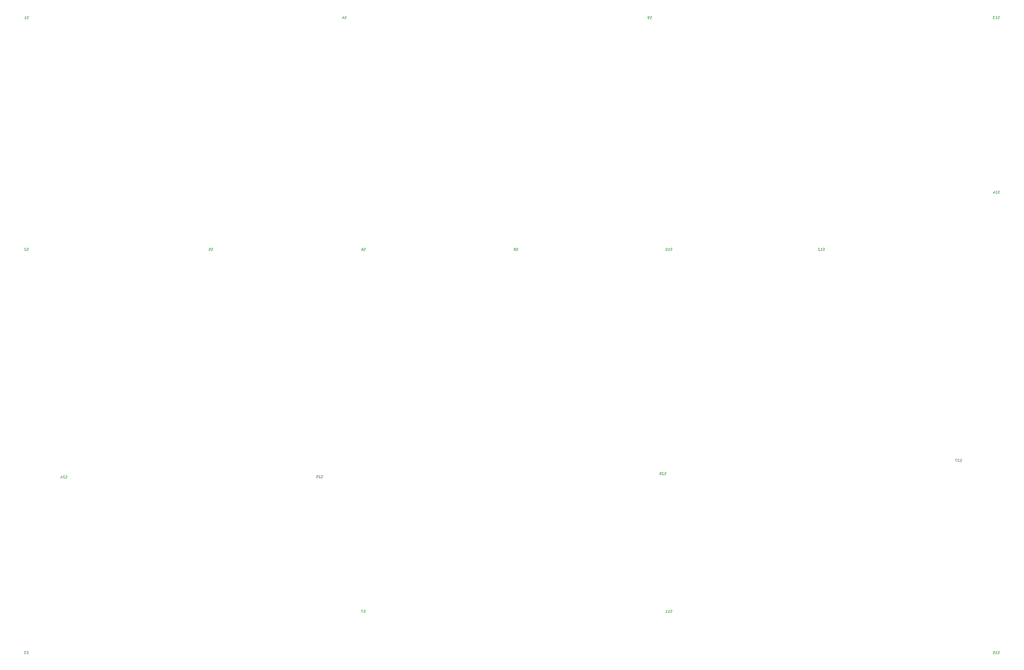
<source format=gbr>
G04 #@! TF.FileFunction,Legend,Bot*
%FSLAX46Y46*%
G04 Gerber Fmt 4.6, Leading zero omitted, Abs format (unit mm)*
G04 Created by KiCad (PCBNEW 4.0.6) date 07/27/17 10:42:05*
%MOMM*%
%LPD*%
G01*
G04 APERTURE LIST*
%ADD10C,0.100000*%
%ADD11C,0.150000*%
G04 APERTURE END LIST*
D10*
D11*
X458641295Y-248299762D02*
X458498438Y-248347381D01*
X458260342Y-248347381D01*
X458165104Y-248299762D01*
X458117485Y-248252143D01*
X458069866Y-248156905D01*
X458069866Y-248061667D01*
X458117485Y-247966429D01*
X458165104Y-247918810D01*
X458260342Y-247871190D01*
X458450819Y-247823571D01*
X458546057Y-247775952D01*
X458593676Y-247728333D01*
X458641295Y-247633095D01*
X458641295Y-247537857D01*
X458593676Y-247442619D01*
X458546057Y-247395000D01*
X458450819Y-247347381D01*
X458212723Y-247347381D01*
X458069866Y-247395000D01*
X457688914Y-247442619D02*
X457641295Y-247395000D01*
X457546057Y-247347381D01*
X457307961Y-247347381D01*
X457212723Y-247395000D01*
X457165104Y-247442619D01*
X457117485Y-247537857D01*
X457117485Y-247633095D01*
X457165104Y-247775952D01*
X457736533Y-248347381D01*
X457117485Y-248347381D01*
X456784152Y-247347381D02*
X456117485Y-247347381D01*
X456546057Y-248347381D01*
X340531295Y-253506762D02*
X340388438Y-253554381D01*
X340150342Y-253554381D01*
X340055104Y-253506762D01*
X340007485Y-253459143D01*
X339959866Y-253363905D01*
X339959866Y-253268667D01*
X340007485Y-253173429D01*
X340055104Y-253125810D01*
X340150342Y-253078190D01*
X340340819Y-253030571D01*
X340436057Y-252982952D01*
X340483676Y-252935333D01*
X340531295Y-252840095D01*
X340531295Y-252744857D01*
X340483676Y-252649619D01*
X340436057Y-252602000D01*
X340340819Y-252554381D01*
X340102723Y-252554381D01*
X339959866Y-252602000D01*
X339578914Y-252649619D02*
X339531295Y-252602000D01*
X339436057Y-252554381D01*
X339197961Y-252554381D01*
X339102723Y-252602000D01*
X339055104Y-252649619D01*
X339007485Y-252744857D01*
X339007485Y-252840095D01*
X339055104Y-252982952D01*
X339626533Y-253554381D01*
X339007485Y-253554381D01*
X338150342Y-252554381D02*
X338340819Y-252554381D01*
X338436057Y-252602000D01*
X338483676Y-252649619D01*
X338578914Y-252792476D01*
X338626533Y-252982952D01*
X338626533Y-253363905D01*
X338578914Y-253459143D01*
X338531295Y-253506762D01*
X338436057Y-253554381D01*
X338245580Y-253554381D01*
X338150342Y-253506762D01*
X338102723Y-253459143D01*
X338055104Y-253363905D01*
X338055104Y-253125810D01*
X338102723Y-253030571D01*
X338150342Y-252982952D01*
X338245580Y-252935333D01*
X338436057Y-252935333D01*
X338531295Y-252982952D01*
X338578914Y-253030571D01*
X338626533Y-253125810D01*
X203371295Y-254776762D02*
X203228438Y-254824381D01*
X202990342Y-254824381D01*
X202895104Y-254776762D01*
X202847485Y-254729143D01*
X202799866Y-254633905D01*
X202799866Y-254538667D01*
X202847485Y-254443429D01*
X202895104Y-254395810D01*
X202990342Y-254348190D01*
X203180819Y-254300571D01*
X203276057Y-254252952D01*
X203323676Y-254205333D01*
X203371295Y-254110095D01*
X203371295Y-254014857D01*
X203323676Y-253919619D01*
X203276057Y-253872000D01*
X203180819Y-253824381D01*
X202942723Y-253824381D01*
X202799866Y-253872000D01*
X202418914Y-253919619D02*
X202371295Y-253872000D01*
X202276057Y-253824381D01*
X202037961Y-253824381D01*
X201942723Y-253872000D01*
X201895104Y-253919619D01*
X201847485Y-254014857D01*
X201847485Y-254110095D01*
X201895104Y-254252952D01*
X202466533Y-254824381D01*
X201847485Y-254824381D01*
X200942723Y-253824381D02*
X201418914Y-253824381D01*
X201466533Y-254300571D01*
X201418914Y-254252952D01*
X201323676Y-254205333D01*
X201085580Y-254205333D01*
X200990342Y-254252952D01*
X200942723Y-254300571D01*
X200895104Y-254395810D01*
X200895104Y-254633905D01*
X200942723Y-254729143D01*
X200990342Y-254776762D01*
X201085580Y-254824381D01*
X201323676Y-254824381D01*
X201418914Y-254776762D01*
X201466533Y-254729143D01*
X101263295Y-254903762D02*
X101120438Y-254951381D01*
X100882342Y-254951381D01*
X100787104Y-254903762D01*
X100739485Y-254856143D01*
X100691866Y-254760905D01*
X100691866Y-254665667D01*
X100739485Y-254570429D01*
X100787104Y-254522810D01*
X100882342Y-254475190D01*
X101072819Y-254427571D01*
X101168057Y-254379952D01*
X101215676Y-254332333D01*
X101263295Y-254237095D01*
X101263295Y-254141857D01*
X101215676Y-254046619D01*
X101168057Y-253999000D01*
X101072819Y-253951381D01*
X100834723Y-253951381D01*
X100691866Y-253999000D01*
X100310914Y-254046619D02*
X100263295Y-253999000D01*
X100168057Y-253951381D01*
X99929961Y-253951381D01*
X99834723Y-253999000D01*
X99787104Y-254046619D01*
X99739485Y-254141857D01*
X99739485Y-254237095D01*
X99787104Y-254379952D01*
X100358533Y-254951381D01*
X99739485Y-254951381D01*
X98882342Y-254284714D02*
X98882342Y-254951381D01*
X99120438Y-253903762D02*
X99358533Y-254618048D01*
X98739485Y-254618048D01*
X85801105Y-71134762D02*
X85658248Y-71182381D01*
X85420152Y-71182381D01*
X85324914Y-71134762D01*
X85277295Y-71087143D01*
X85229676Y-70991905D01*
X85229676Y-70896667D01*
X85277295Y-70801429D01*
X85324914Y-70753810D01*
X85420152Y-70706190D01*
X85610629Y-70658571D01*
X85705867Y-70610952D01*
X85753486Y-70563333D01*
X85801105Y-70468095D01*
X85801105Y-70372857D01*
X85753486Y-70277619D01*
X85705867Y-70230000D01*
X85610629Y-70182381D01*
X85372533Y-70182381D01*
X85229676Y-70230000D01*
X84277295Y-71182381D02*
X84848724Y-71182381D01*
X84563010Y-71182381D02*
X84563010Y-70182381D01*
X84658248Y-70325238D01*
X84753486Y-70420476D01*
X84848724Y-70468095D01*
X85801105Y-163844762D02*
X85658248Y-163892381D01*
X85420152Y-163892381D01*
X85324914Y-163844762D01*
X85277295Y-163797143D01*
X85229676Y-163701905D01*
X85229676Y-163606667D01*
X85277295Y-163511429D01*
X85324914Y-163463810D01*
X85420152Y-163416190D01*
X85610629Y-163368571D01*
X85705867Y-163320952D01*
X85753486Y-163273333D01*
X85801105Y-163178095D01*
X85801105Y-163082857D01*
X85753486Y-162987619D01*
X85705867Y-162940000D01*
X85610629Y-162892381D01*
X85372533Y-162892381D01*
X85229676Y-162940000D01*
X84848724Y-162987619D02*
X84801105Y-162940000D01*
X84705867Y-162892381D01*
X84467771Y-162892381D01*
X84372533Y-162940000D01*
X84324914Y-162987619D01*
X84277295Y-163082857D01*
X84277295Y-163178095D01*
X84324914Y-163320952D01*
X84896343Y-163892381D01*
X84277295Y-163892381D01*
X85801105Y-325134762D02*
X85658248Y-325182381D01*
X85420152Y-325182381D01*
X85324914Y-325134762D01*
X85277295Y-325087143D01*
X85229676Y-324991905D01*
X85229676Y-324896667D01*
X85277295Y-324801429D01*
X85324914Y-324753810D01*
X85420152Y-324706190D01*
X85610629Y-324658571D01*
X85705867Y-324610952D01*
X85753486Y-324563333D01*
X85801105Y-324468095D01*
X85801105Y-324372857D01*
X85753486Y-324277619D01*
X85705867Y-324230000D01*
X85610629Y-324182381D01*
X85372533Y-324182381D01*
X85229676Y-324230000D01*
X84896343Y-324182381D02*
X84277295Y-324182381D01*
X84610629Y-324563333D01*
X84467771Y-324563333D01*
X84372533Y-324610952D01*
X84324914Y-324658571D01*
X84277295Y-324753810D01*
X84277295Y-324991905D01*
X84324914Y-325087143D01*
X84372533Y-325134762D01*
X84467771Y-325182381D01*
X84753486Y-325182381D01*
X84848724Y-325134762D01*
X84896343Y-325087143D01*
X212801105Y-71134762D02*
X212658248Y-71182381D01*
X212420152Y-71182381D01*
X212324914Y-71134762D01*
X212277295Y-71087143D01*
X212229676Y-70991905D01*
X212229676Y-70896667D01*
X212277295Y-70801429D01*
X212324914Y-70753810D01*
X212420152Y-70706190D01*
X212610629Y-70658571D01*
X212705867Y-70610952D01*
X212753486Y-70563333D01*
X212801105Y-70468095D01*
X212801105Y-70372857D01*
X212753486Y-70277619D01*
X212705867Y-70230000D01*
X212610629Y-70182381D01*
X212372533Y-70182381D01*
X212229676Y-70230000D01*
X211372533Y-70515714D02*
X211372533Y-71182381D01*
X211610629Y-70134762D02*
X211848724Y-70849048D01*
X211229676Y-70849048D01*
X159461105Y-163844762D02*
X159318248Y-163892381D01*
X159080152Y-163892381D01*
X158984914Y-163844762D01*
X158937295Y-163797143D01*
X158889676Y-163701905D01*
X158889676Y-163606667D01*
X158937295Y-163511429D01*
X158984914Y-163463810D01*
X159080152Y-163416190D01*
X159270629Y-163368571D01*
X159365867Y-163320952D01*
X159413486Y-163273333D01*
X159461105Y-163178095D01*
X159461105Y-163082857D01*
X159413486Y-162987619D01*
X159365867Y-162940000D01*
X159270629Y-162892381D01*
X159032533Y-162892381D01*
X158889676Y-162940000D01*
X157984914Y-162892381D02*
X158461105Y-162892381D01*
X158508724Y-163368571D01*
X158461105Y-163320952D01*
X158365867Y-163273333D01*
X158127771Y-163273333D01*
X158032533Y-163320952D01*
X157984914Y-163368571D01*
X157937295Y-163463810D01*
X157937295Y-163701905D01*
X157984914Y-163797143D01*
X158032533Y-163844762D01*
X158127771Y-163892381D01*
X158365867Y-163892381D01*
X158461105Y-163844762D01*
X158508724Y-163797143D01*
X220421105Y-163844762D02*
X220278248Y-163892381D01*
X220040152Y-163892381D01*
X219944914Y-163844762D01*
X219897295Y-163797143D01*
X219849676Y-163701905D01*
X219849676Y-163606667D01*
X219897295Y-163511429D01*
X219944914Y-163463810D01*
X220040152Y-163416190D01*
X220230629Y-163368571D01*
X220325867Y-163320952D01*
X220373486Y-163273333D01*
X220421105Y-163178095D01*
X220421105Y-163082857D01*
X220373486Y-162987619D01*
X220325867Y-162940000D01*
X220230629Y-162892381D01*
X219992533Y-162892381D01*
X219849676Y-162940000D01*
X218992533Y-162892381D02*
X219183010Y-162892381D01*
X219278248Y-162940000D01*
X219325867Y-162987619D01*
X219421105Y-163130476D01*
X219468724Y-163320952D01*
X219468724Y-163701905D01*
X219421105Y-163797143D01*
X219373486Y-163844762D01*
X219278248Y-163892381D01*
X219087771Y-163892381D01*
X218992533Y-163844762D01*
X218944914Y-163797143D01*
X218897295Y-163701905D01*
X218897295Y-163463810D01*
X218944914Y-163368571D01*
X218992533Y-163320952D01*
X219087771Y-163273333D01*
X219278248Y-163273333D01*
X219373486Y-163320952D01*
X219421105Y-163368571D01*
X219468724Y-163463810D01*
X220421105Y-308624762D02*
X220278248Y-308672381D01*
X220040152Y-308672381D01*
X219944914Y-308624762D01*
X219897295Y-308577143D01*
X219849676Y-308481905D01*
X219849676Y-308386667D01*
X219897295Y-308291429D01*
X219944914Y-308243810D01*
X220040152Y-308196190D01*
X220230629Y-308148571D01*
X220325867Y-308100952D01*
X220373486Y-308053333D01*
X220421105Y-307958095D01*
X220421105Y-307862857D01*
X220373486Y-307767619D01*
X220325867Y-307720000D01*
X220230629Y-307672381D01*
X219992533Y-307672381D01*
X219849676Y-307720000D01*
X219516343Y-307672381D02*
X218849676Y-307672381D01*
X219278248Y-308672381D01*
X281381105Y-163844762D02*
X281238248Y-163892381D01*
X281000152Y-163892381D01*
X280904914Y-163844762D01*
X280857295Y-163797143D01*
X280809676Y-163701905D01*
X280809676Y-163606667D01*
X280857295Y-163511429D01*
X280904914Y-163463810D01*
X281000152Y-163416190D01*
X281190629Y-163368571D01*
X281285867Y-163320952D01*
X281333486Y-163273333D01*
X281381105Y-163178095D01*
X281381105Y-163082857D01*
X281333486Y-162987619D01*
X281285867Y-162940000D01*
X281190629Y-162892381D01*
X280952533Y-162892381D01*
X280809676Y-162940000D01*
X280238248Y-163320952D02*
X280333486Y-163273333D01*
X280381105Y-163225714D01*
X280428724Y-163130476D01*
X280428724Y-163082857D01*
X280381105Y-162987619D01*
X280333486Y-162940000D01*
X280238248Y-162892381D01*
X280047771Y-162892381D01*
X279952533Y-162940000D01*
X279904914Y-162987619D01*
X279857295Y-163082857D01*
X279857295Y-163130476D01*
X279904914Y-163225714D01*
X279952533Y-163273333D01*
X280047771Y-163320952D01*
X280238248Y-163320952D01*
X280333486Y-163368571D01*
X280381105Y-163416190D01*
X280428724Y-163511429D01*
X280428724Y-163701905D01*
X280381105Y-163797143D01*
X280333486Y-163844762D01*
X280238248Y-163892381D01*
X280047771Y-163892381D01*
X279952533Y-163844762D01*
X279904914Y-163797143D01*
X279857295Y-163701905D01*
X279857295Y-163511429D01*
X279904914Y-163416190D01*
X279952533Y-163368571D01*
X280047771Y-163320952D01*
X334848105Y-71134762D02*
X334705248Y-71182381D01*
X334467152Y-71182381D01*
X334371914Y-71134762D01*
X334324295Y-71087143D01*
X334276676Y-70991905D01*
X334276676Y-70896667D01*
X334324295Y-70801429D01*
X334371914Y-70753810D01*
X334467152Y-70706190D01*
X334657629Y-70658571D01*
X334752867Y-70610952D01*
X334800486Y-70563333D01*
X334848105Y-70468095D01*
X334848105Y-70372857D01*
X334800486Y-70277619D01*
X334752867Y-70230000D01*
X334657629Y-70182381D01*
X334419533Y-70182381D01*
X334276676Y-70230000D01*
X333800486Y-71182381D02*
X333610010Y-71182381D01*
X333514771Y-71134762D01*
X333467152Y-71087143D01*
X333371914Y-70944286D01*
X333324295Y-70753810D01*
X333324295Y-70372857D01*
X333371914Y-70277619D01*
X333419533Y-70230000D01*
X333514771Y-70182381D01*
X333705248Y-70182381D01*
X333800486Y-70230000D01*
X333848105Y-70277619D01*
X333895724Y-70372857D01*
X333895724Y-70610952D01*
X333848105Y-70706190D01*
X333800486Y-70753810D01*
X333705248Y-70801429D01*
X333514771Y-70801429D01*
X333419533Y-70753810D01*
X333371914Y-70706190D01*
X333324295Y-70610952D01*
X342944295Y-163844762D02*
X342801438Y-163892381D01*
X342563342Y-163892381D01*
X342468104Y-163844762D01*
X342420485Y-163797143D01*
X342372866Y-163701905D01*
X342372866Y-163606667D01*
X342420485Y-163511429D01*
X342468104Y-163463810D01*
X342563342Y-163416190D01*
X342753819Y-163368571D01*
X342849057Y-163320952D01*
X342896676Y-163273333D01*
X342944295Y-163178095D01*
X342944295Y-163082857D01*
X342896676Y-162987619D01*
X342849057Y-162940000D01*
X342753819Y-162892381D01*
X342515723Y-162892381D01*
X342372866Y-162940000D01*
X341420485Y-163892381D02*
X341991914Y-163892381D01*
X341706200Y-163892381D02*
X341706200Y-162892381D01*
X341801438Y-163035238D01*
X341896676Y-163130476D01*
X341991914Y-163178095D01*
X340801438Y-162892381D02*
X340706199Y-162892381D01*
X340610961Y-162940000D01*
X340563342Y-162987619D01*
X340515723Y-163082857D01*
X340468104Y-163273333D01*
X340468104Y-163511429D01*
X340515723Y-163701905D01*
X340563342Y-163797143D01*
X340610961Y-163844762D01*
X340706199Y-163892381D01*
X340801438Y-163892381D01*
X340896676Y-163844762D01*
X340944295Y-163797143D01*
X340991914Y-163701905D01*
X341039533Y-163511429D01*
X341039533Y-163273333D01*
X340991914Y-163082857D01*
X340944295Y-162987619D01*
X340896676Y-162940000D01*
X340801438Y-162892381D01*
X342944295Y-308624762D02*
X342801438Y-308672381D01*
X342563342Y-308672381D01*
X342468104Y-308624762D01*
X342420485Y-308577143D01*
X342372866Y-308481905D01*
X342372866Y-308386667D01*
X342420485Y-308291429D01*
X342468104Y-308243810D01*
X342563342Y-308196190D01*
X342753819Y-308148571D01*
X342849057Y-308100952D01*
X342896676Y-308053333D01*
X342944295Y-307958095D01*
X342944295Y-307862857D01*
X342896676Y-307767619D01*
X342849057Y-307720000D01*
X342753819Y-307672381D01*
X342515723Y-307672381D01*
X342372866Y-307720000D01*
X341420485Y-308672381D02*
X341991914Y-308672381D01*
X341706200Y-308672381D02*
X341706200Y-307672381D01*
X341801438Y-307815238D01*
X341896676Y-307910476D01*
X341991914Y-307958095D01*
X340468104Y-308672381D02*
X341039533Y-308672381D01*
X340753819Y-308672381D02*
X340753819Y-307672381D01*
X340849057Y-307815238D01*
X340944295Y-307910476D01*
X341039533Y-307958095D01*
X403904295Y-163844762D02*
X403761438Y-163892381D01*
X403523342Y-163892381D01*
X403428104Y-163844762D01*
X403380485Y-163797143D01*
X403332866Y-163701905D01*
X403332866Y-163606667D01*
X403380485Y-163511429D01*
X403428104Y-163463810D01*
X403523342Y-163416190D01*
X403713819Y-163368571D01*
X403809057Y-163320952D01*
X403856676Y-163273333D01*
X403904295Y-163178095D01*
X403904295Y-163082857D01*
X403856676Y-162987619D01*
X403809057Y-162940000D01*
X403713819Y-162892381D01*
X403475723Y-162892381D01*
X403332866Y-162940000D01*
X402380485Y-163892381D02*
X402951914Y-163892381D01*
X402666200Y-163892381D02*
X402666200Y-162892381D01*
X402761438Y-163035238D01*
X402856676Y-163130476D01*
X402951914Y-163178095D01*
X401999533Y-162987619D02*
X401951914Y-162940000D01*
X401856676Y-162892381D01*
X401618580Y-162892381D01*
X401523342Y-162940000D01*
X401475723Y-162987619D01*
X401428104Y-163082857D01*
X401428104Y-163178095D01*
X401475723Y-163320952D01*
X402047152Y-163892381D01*
X401428104Y-163892381D01*
X473754295Y-71134762D02*
X473611438Y-71182381D01*
X473373342Y-71182381D01*
X473278104Y-71134762D01*
X473230485Y-71087143D01*
X473182866Y-70991905D01*
X473182866Y-70896667D01*
X473230485Y-70801429D01*
X473278104Y-70753810D01*
X473373342Y-70706190D01*
X473563819Y-70658571D01*
X473659057Y-70610952D01*
X473706676Y-70563333D01*
X473754295Y-70468095D01*
X473754295Y-70372857D01*
X473706676Y-70277619D01*
X473659057Y-70230000D01*
X473563819Y-70182381D01*
X473325723Y-70182381D01*
X473182866Y-70230000D01*
X472230485Y-71182381D02*
X472801914Y-71182381D01*
X472516200Y-71182381D02*
X472516200Y-70182381D01*
X472611438Y-70325238D01*
X472706676Y-70420476D01*
X472801914Y-70468095D01*
X471897152Y-70182381D02*
X471278104Y-70182381D01*
X471611438Y-70563333D01*
X471468580Y-70563333D01*
X471373342Y-70610952D01*
X471325723Y-70658571D01*
X471278104Y-70753810D01*
X471278104Y-70991905D01*
X471325723Y-71087143D01*
X471373342Y-71134762D01*
X471468580Y-71182381D01*
X471754295Y-71182381D01*
X471849533Y-71134762D01*
X471897152Y-71087143D01*
X473754295Y-140984762D02*
X473611438Y-141032381D01*
X473373342Y-141032381D01*
X473278104Y-140984762D01*
X473230485Y-140937143D01*
X473182866Y-140841905D01*
X473182866Y-140746667D01*
X473230485Y-140651429D01*
X473278104Y-140603810D01*
X473373342Y-140556190D01*
X473563819Y-140508571D01*
X473659057Y-140460952D01*
X473706676Y-140413333D01*
X473754295Y-140318095D01*
X473754295Y-140222857D01*
X473706676Y-140127619D01*
X473659057Y-140080000D01*
X473563819Y-140032381D01*
X473325723Y-140032381D01*
X473182866Y-140080000D01*
X472230485Y-141032381D02*
X472801914Y-141032381D01*
X472516200Y-141032381D02*
X472516200Y-140032381D01*
X472611438Y-140175238D01*
X472706676Y-140270476D01*
X472801914Y-140318095D01*
X471373342Y-140365714D02*
X471373342Y-141032381D01*
X471611438Y-139984762D02*
X471849533Y-140699048D01*
X471230485Y-140699048D01*
X473754295Y-325134762D02*
X473611438Y-325182381D01*
X473373342Y-325182381D01*
X473278104Y-325134762D01*
X473230485Y-325087143D01*
X473182866Y-324991905D01*
X473182866Y-324896667D01*
X473230485Y-324801429D01*
X473278104Y-324753810D01*
X473373342Y-324706190D01*
X473563819Y-324658571D01*
X473659057Y-324610952D01*
X473706676Y-324563333D01*
X473754295Y-324468095D01*
X473754295Y-324372857D01*
X473706676Y-324277619D01*
X473659057Y-324230000D01*
X473563819Y-324182381D01*
X473325723Y-324182381D01*
X473182866Y-324230000D01*
X472230485Y-325182381D02*
X472801914Y-325182381D01*
X472516200Y-325182381D02*
X472516200Y-324182381D01*
X472611438Y-324325238D01*
X472706676Y-324420476D01*
X472801914Y-324468095D01*
X471325723Y-324182381D02*
X471801914Y-324182381D01*
X471849533Y-324658571D01*
X471801914Y-324610952D01*
X471706676Y-324563333D01*
X471468580Y-324563333D01*
X471373342Y-324610952D01*
X471325723Y-324658571D01*
X471278104Y-324753810D01*
X471278104Y-324991905D01*
X471325723Y-325087143D01*
X471373342Y-325134762D01*
X471468580Y-325182381D01*
X471706676Y-325182381D01*
X471801914Y-325134762D01*
X471849533Y-325087143D01*
M02*

</source>
